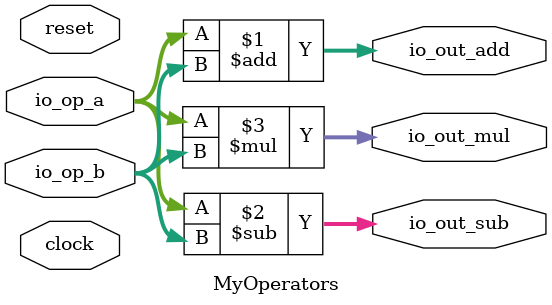
<source format=v>
module MyOperators(
  input        clock,
  input        reset,
  input  [3:0] io_op_a,
  input  [3:0] io_op_b,
  output [3:0] io_out_add,
  output [3:0] io_out_sub,
  output [7:0] io_out_mul
);
  assign io_out_add = io_op_a + io_op_b; // @[MyOperators.scala 17:14]
  assign io_out_sub = io_op_a - io_op_b; // @[MyOperators.scala 18:14]
  assign io_out_mul = io_op_a * io_op_b; // @[MyOperators.scala 19:14]
endmodule

</source>
